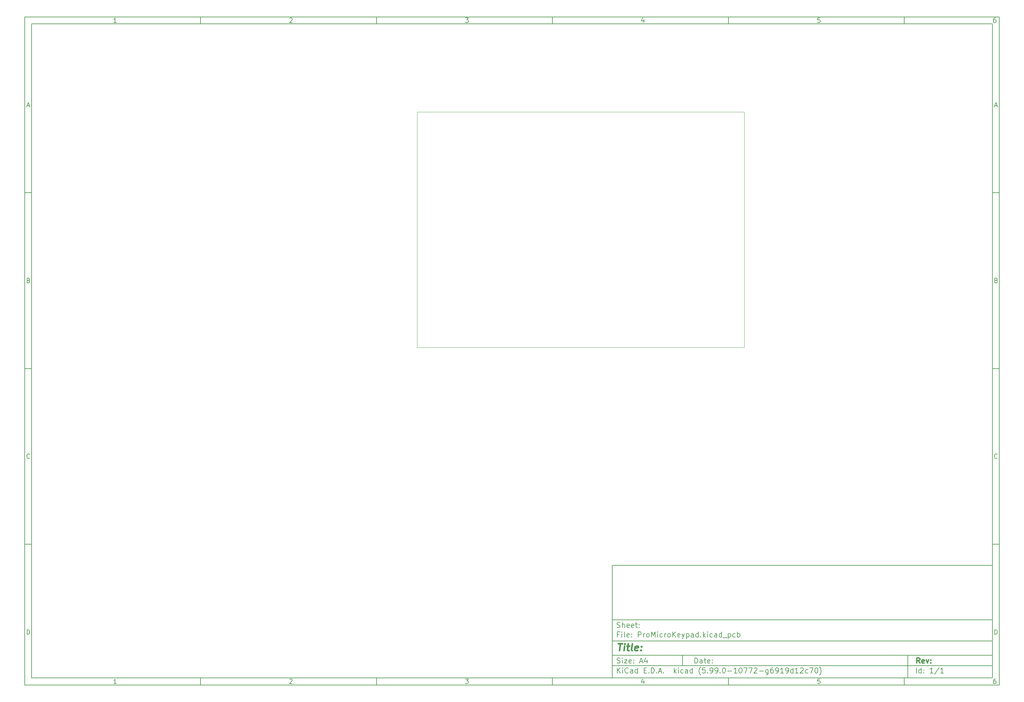
<source format=gbr>
%TF.GenerationSoftware,KiCad,Pcbnew,(5.99.0-10772-g6919d12c70)*%
%TF.CreationDate,2021-08-04T17:25:00+12:00*%
%TF.ProjectId,ProMicroKeypad,50726f4d-6963-4726-9f4b-65797061642e,rev?*%
%TF.SameCoordinates,Original*%
%TF.FileFunction,Profile,NP*%
%FSLAX46Y46*%
G04 Gerber Fmt 4.6, Leading zero omitted, Abs format (unit mm)*
G04 Created by KiCad (PCBNEW (5.99.0-10772-g6919d12c70)) date 2021-08-04 17:25:00*
%MOMM*%
%LPD*%
G01*
G04 APERTURE LIST*
%ADD10C,0.100000*%
%ADD11C,0.150000*%
%ADD12C,0.300000*%
%ADD13C,0.400000*%
%TA.AperFunction,Profile*%
%ADD14C,0.100000*%
%TD*%
G04 APERTURE END LIST*
D10*
D11*
X177002200Y-166007200D02*
X177002200Y-198007200D01*
X285002200Y-198007200D01*
X285002200Y-166007200D01*
X177002200Y-166007200D01*
D10*
D11*
X10000000Y-10000000D02*
X10000000Y-200007200D01*
X287002200Y-200007200D01*
X287002200Y-10000000D01*
X10000000Y-10000000D01*
D10*
D11*
X12000000Y-12000000D02*
X12000000Y-198007200D01*
X285002200Y-198007200D01*
X285002200Y-12000000D01*
X12000000Y-12000000D01*
D10*
D11*
X60000000Y-12000000D02*
X60000000Y-10000000D01*
D10*
D11*
X110000000Y-12000000D02*
X110000000Y-10000000D01*
D10*
D11*
X160000000Y-12000000D02*
X160000000Y-10000000D01*
D10*
D11*
X210000000Y-12000000D02*
X210000000Y-10000000D01*
D10*
D11*
X260000000Y-12000000D02*
X260000000Y-10000000D01*
D10*
D11*
X36065476Y-11588095D02*
X35322619Y-11588095D01*
X35694047Y-11588095D02*
X35694047Y-10288095D01*
X35570238Y-10473809D01*
X35446428Y-10597619D01*
X35322619Y-10659523D01*
D10*
D11*
X85322619Y-10411904D02*
X85384523Y-10350000D01*
X85508333Y-10288095D01*
X85817857Y-10288095D01*
X85941666Y-10350000D01*
X86003571Y-10411904D01*
X86065476Y-10535714D01*
X86065476Y-10659523D01*
X86003571Y-10845238D01*
X85260714Y-11588095D01*
X86065476Y-11588095D01*
D10*
D11*
X135260714Y-10288095D02*
X136065476Y-10288095D01*
X135632142Y-10783333D01*
X135817857Y-10783333D01*
X135941666Y-10845238D01*
X136003571Y-10907142D01*
X136065476Y-11030952D01*
X136065476Y-11340476D01*
X136003571Y-11464285D01*
X135941666Y-11526190D01*
X135817857Y-11588095D01*
X135446428Y-11588095D01*
X135322619Y-11526190D01*
X135260714Y-11464285D01*
D10*
D11*
X185941666Y-10721428D02*
X185941666Y-11588095D01*
X185632142Y-10226190D02*
X185322619Y-11154761D01*
X186127380Y-11154761D01*
D10*
D11*
X236003571Y-10288095D02*
X235384523Y-10288095D01*
X235322619Y-10907142D01*
X235384523Y-10845238D01*
X235508333Y-10783333D01*
X235817857Y-10783333D01*
X235941666Y-10845238D01*
X236003571Y-10907142D01*
X236065476Y-11030952D01*
X236065476Y-11340476D01*
X236003571Y-11464285D01*
X235941666Y-11526190D01*
X235817857Y-11588095D01*
X235508333Y-11588095D01*
X235384523Y-11526190D01*
X235322619Y-11464285D01*
D10*
D11*
X285941666Y-10288095D02*
X285694047Y-10288095D01*
X285570238Y-10350000D01*
X285508333Y-10411904D01*
X285384523Y-10597619D01*
X285322619Y-10845238D01*
X285322619Y-11340476D01*
X285384523Y-11464285D01*
X285446428Y-11526190D01*
X285570238Y-11588095D01*
X285817857Y-11588095D01*
X285941666Y-11526190D01*
X286003571Y-11464285D01*
X286065476Y-11340476D01*
X286065476Y-11030952D01*
X286003571Y-10907142D01*
X285941666Y-10845238D01*
X285817857Y-10783333D01*
X285570238Y-10783333D01*
X285446428Y-10845238D01*
X285384523Y-10907142D01*
X285322619Y-11030952D01*
D10*
D11*
X60000000Y-198007200D02*
X60000000Y-200007200D01*
D10*
D11*
X110000000Y-198007200D02*
X110000000Y-200007200D01*
D10*
D11*
X160000000Y-198007200D02*
X160000000Y-200007200D01*
D10*
D11*
X210000000Y-198007200D02*
X210000000Y-200007200D01*
D10*
D11*
X260000000Y-198007200D02*
X260000000Y-200007200D01*
D10*
D11*
X36065476Y-199595295D02*
X35322619Y-199595295D01*
X35694047Y-199595295D02*
X35694047Y-198295295D01*
X35570238Y-198481009D01*
X35446428Y-198604819D01*
X35322619Y-198666723D01*
D10*
D11*
X85322619Y-198419104D02*
X85384523Y-198357200D01*
X85508333Y-198295295D01*
X85817857Y-198295295D01*
X85941666Y-198357200D01*
X86003571Y-198419104D01*
X86065476Y-198542914D01*
X86065476Y-198666723D01*
X86003571Y-198852438D01*
X85260714Y-199595295D01*
X86065476Y-199595295D01*
D10*
D11*
X135260714Y-198295295D02*
X136065476Y-198295295D01*
X135632142Y-198790533D01*
X135817857Y-198790533D01*
X135941666Y-198852438D01*
X136003571Y-198914342D01*
X136065476Y-199038152D01*
X136065476Y-199347676D01*
X136003571Y-199471485D01*
X135941666Y-199533390D01*
X135817857Y-199595295D01*
X135446428Y-199595295D01*
X135322619Y-199533390D01*
X135260714Y-199471485D01*
D10*
D11*
X185941666Y-198728628D02*
X185941666Y-199595295D01*
X185632142Y-198233390D02*
X185322619Y-199161961D01*
X186127380Y-199161961D01*
D10*
D11*
X236003571Y-198295295D02*
X235384523Y-198295295D01*
X235322619Y-198914342D01*
X235384523Y-198852438D01*
X235508333Y-198790533D01*
X235817857Y-198790533D01*
X235941666Y-198852438D01*
X236003571Y-198914342D01*
X236065476Y-199038152D01*
X236065476Y-199347676D01*
X236003571Y-199471485D01*
X235941666Y-199533390D01*
X235817857Y-199595295D01*
X235508333Y-199595295D01*
X235384523Y-199533390D01*
X235322619Y-199471485D01*
D10*
D11*
X285941666Y-198295295D02*
X285694047Y-198295295D01*
X285570238Y-198357200D01*
X285508333Y-198419104D01*
X285384523Y-198604819D01*
X285322619Y-198852438D01*
X285322619Y-199347676D01*
X285384523Y-199471485D01*
X285446428Y-199533390D01*
X285570238Y-199595295D01*
X285817857Y-199595295D01*
X285941666Y-199533390D01*
X286003571Y-199471485D01*
X286065476Y-199347676D01*
X286065476Y-199038152D01*
X286003571Y-198914342D01*
X285941666Y-198852438D01*
X285817857Y-198790533D01*
X285570238Y-198790533D01*
X285446428Y-198852438D01*
X285384523Y-198914342D01*
X285322619Y-199038152D01*
D10*
D11*
X10000000Y-60000000D02*
X12000000Y-60000000D01*
D10*
D11*
X10000000Y-110000000D02*
X12000000Y-110000000D01*
D10*
D11*
X10000000Y-160000000D02*
X12000000Y-160000000D01*
D10*
D11*
X10690476Y-35216666D02*
X11309523Y-35216666D01*
X10566666Y-35588095D02*
X11000000Y-34288095D01*
X11433333Y-35588095D01*
D10*
D11*
X11092857Y-84907142D02*
X11278571Y-84969047D01*
X11340476Y-85030952D01*
X11402380Y-85154761D01*
X11402380Y-85340476D01*
X11340476Y-85464285D01*
X11278571Y-85526190D01*
X11154761Y-85588095D01*
X10659523Y-85588095D01*
X10659523Y-84288095D01*
X11092857Y-84288095D01*
X11216666Y-84350000D01*
X11278571Y-84411904D01*
X11340476Y-84535714D01*
X11340476Y-84659523D01*
X11278571Y-84783333D01*
X11216666Y-84845238D01*
X11092857Y-84907142D01*
X10659523Y-84907142D01*
D10*
D11*
X11402380Y-135464285D02*
X11340476Y-135526190D01*
X11154761Y-135588095D01*
X11030952Y-135588095D01*
X10845238Y-135526190D01*
X10721428Y-135402380D01*
X10659523Y-135278571D01*
X10597619Y-135030952D01*
X10597619Y-134845238D01*
X10659523Y-134597619D01*
X10721428Y-134473809D01*
X10845238Y-134350000D01*
X11030952Y-134288095D01*
X11154761Y-134288095D01*
X11340476Y-134350000D01*
X11402380Y-134411904D01*
D10*
D11*
X10659523Y-185588095D02*
X10659523Y-184288095D01*
X10969047Y-184288095D01*
X11154761Y-184350000D01*
X11278571Y-184473809D01*
X11340476Y-184597619D01*
X11402380Y-184845238D01*
X11402380Y-185030952D01*
X11340476Y-185278571D01*
X11278571Y-185402380D01*
X11154761Y-185526190D01*
X10969047Y-185588095D01*
X10659523Y-185588095D01*
D10*
D11*
X287002200Y-60000000D02*
X285002200Y-60000000D01*
D10*
D11*
X287002200Y-110000000D02*
X285002200Y-110000000D01*
D10*
D11*
X287002200Y-160000000D02*
X285002200Y-160000000D01*
D10*
D11*
X285692676Y-35216666D02*
X286311723Y-35216666D01*
X285568866Y-35588095D02*
X286002200Y-34288095D01*
X286435533Y-35588095D01*
D10*
D11*
X286095057Y-84907142D02*
X286280771Y-84969047D01*
X286342676Y-85030952D01*
X286404580Y-85154761D01*
X286404580Y-85340476D01*
X286342676Y-85464285D01*
X286280771Y-85526190D01*
X286156961Y-85588095D01*
X285661723Y-85588095D01*
X285661723Y-84288095D01*
X286095057Y-84288095D01*
X286218866Y-84350000D01*
X286280771Y-84411904D01*
X286342676Y-84535714D01*
X286342676Y-84659523D01*
X286280771Y-84783333D01*
X286218866Y-84845238D01*
X286095057Y-84907142D01*
X285661723Y-84907142D01*
D10*
D11*
X286404580Y-135464285D02*
X286342676Y-135526190D01*
X286156961Y-135588095D01*
X286033152Y-135588095D01*
X285847438Y-135526190D01*
X285723628Y-135402380D01*
X285661723Y-135278571D01*
X285599819Y-135030952D01*
X285599819Y-134845238D01*
X285661723Y-134597619D01*
X285723628Y-134473809D01*
X285847438Y-134350000D01*
X286033152Y-134288095D01*
X286156961Y-134288095D01*
X286342676Y-134350000D01*
X286404580Y-134411904D01*
D10*
D11*
X285661723Y-185588095D02*
X285661723Y-184288095D01*
X285971247Y-184288095D01*
X286156961Y-184350000D01*
X286280771Y-184473809D01*
X286342676Y-184597619D01*
X286404580Y-184845238D01*
X286404580Y-185030952D01*
X286342676Y-185278571D01*
X286280771Y-185402380D01*
X286156961Y-185526190D01*
X285971247Y-185588095D01*
X285661723Y-185588095D01*
D10*
D11*
X200434342Y-193785771D02*
X200434342Y-192285771D01*
X200791485Y-192285771D01*
X201005771Y-192357200D01*
X201148628Y-192500057D01*
X201220057Y-192642914D01*
X201291485Y-192928628D01*
X201291485Y-193142914D01*
X201220057Y-193428628D01*
X201148628Y-193571485D01*
X201005771Y-193714342D01*
X200791485Y-193785771D01*
X200434342Y-193785771D01*
X202577200Y-193785771D02*
X202577200Y-193000057D01*
X202505771Y-192857200D01*
X202362914Y-192785771D01*
X202077200Y-192785771D01*
X201934342Y-192857200D01*
X202577200Y-193714342D02*
X202434342Y-193785771D01*
X202077200Y-193785771D01*
X201934342Y-193714342D01*
X201862914Y-193571485D01*
X201862914Y-193428628D01*
X201934342Y-193285771D01*
X202077200Y-193214342D01*
X202434342Y-193214342D01*
X202577200Y-193142914D01*
X203077200Y-192785771D02*
X203648628Y-192785771D01*
X203291485Y-192285771D02*
X203291485Y-193571485D01*
X203362914Y-193714342D01*
X203505771Y-193785771D01*
X203648628Y-193785771D01*
X204720057Y-193714342D02*
X204577200Y-193785771D01*
X204291485Y-193785771D01*
X204148628Y-193714342D01*
X204077200Y-193571485D01*
X204077200Y-193000057D01*
X204148628Y-192857200D01*
X204291485Y-192785771D01*
X204577200Y-192785771D01*
X204720057Y-192857200D01*
X204791485Y-193000057D01*
X204791485Y-193142914D01*
X204077200Y-193285771D01*
X205434342Y-193642914D02*
X205505771Y-193714342D01*
X205434342Y-193785771D01*
X205362914Y-193714342D01*
X205434342Y-193642914D01*
X205434342Y-193785771D01*
X205434342Y-192857200D02*
X205505771Y-192928628D01*
X205434342Y-193000057D01*
X205362914Y-192928628D01*
X205434342Y-192857200D01*
X205434342Y-193000057D01*
D10*
D11*
X177002200Y-194507200D02*
X285002200Y-194507200D01*
D10*
D11*
X178434342Y-196585771D02*
X178434342Y-195085771D01*
X179291485Y-196585771D02*
X178648628Y-195728628D01*
X179291485Y-195085771D02*
X178434342Y-195942914D01*
X179934342Y-196585771D02*
X179934342Y-195585771D01*
X179934342Y-195085771D02*
X179862914Y-195157200D01*
X179934342Y-195228628D01*
X180005771Y-195157200D01*
X179934342Y-195085771D01*
X179934342Y-195228628D01*
X181505771Y-196442914D02*
X181434342Y-196514342D01*
X181220057Y-196585771D01*
X181077200Y-196585771D01*
X180862914Y-196514342D01*
X180720057Y-196371485D01*
X180648628Y-196228628D01*
X180577200Y-195942914D01*
X180577200Y-195728628D01*
X180648628Y-195442914D01*
X180720057Y-195300057D01*
X180862914Y-195157200D01*
X181077200Y-195085771D01*
X181220057Y-195085771D01*
X181434342Y-195157200D01*
X181505771Y-195228628D01*
X182791485Y-196585771D02*
X182791485Y-195800057D01*
X182720057Y-195657200D01*
X182577200Y-195585771D01*
X182291485Y-195585771D01*
X182148628Y-195657200D01*
X182791485Y-196514342D02*
X182648628Y-196585771D01*
X182291485Y-196585771D01*
X182148628Y-196514342D01*
X182077200Y-196371485D01*
X182077200Y-196228628D01*
X182148628Y-196085771D01*
X182291485Y-196014342D01*
X182648628Y-196014342D01*
X182791485Y-195942914D01*
X184148628Y-196585771D02*
X184148628Y-195085771D01*
X184148628Y-196514342D02*
X184005771Y-196585771D01*
X183720057Y-196585771D01*
X183577200Y-196514342D01*
X183505771Y-196442914D01*
X183434342Y-196300057D01*
X183434342Y-195871485D01*
X183505771Y-195728628D01*
X183577200Y-195657200D01*
X183720057Y-195585771D01*
X184005771Y-195585771D01*
X184148628Y-195657200D01*
X186005771Y-195800057D02*
X186505771Y-195800057D01*
X186720057Y-196585771D02*
X186005771Y-196585771D01*
X186005771Y-195085771D01*
X186720057Y-195085771D01*
X187362914Y-196442914D02*
X187434342Y-196514342D01*
X187362914Y-196585771D01*
X187291485Y-196514342D01*
X187362914Y-196442914D01*
X187362914Y-196585771D01*
X188077200Y-196585771D02*
X188077200Y-195085771D01*
X188434342Y-195085771D01*
X188648628Y-195157200D01*
X188791485Y-195300057D01*
X188862914Y-195442914D01*
X188934342Y-195728628D01*
X188934342Y-195942914D01*
X188862914Y-196228628D01*
X188791485Y-196371485D01*
X188648628Y-196514342D01*
X188434342Y-196585771D01*
X188077200Y-196585771D01*
X189577200Y-196442914D02*
X189648628Y-196514342D01*
X189577200Y-196585771D01*
X189505771Y-196514342D01*
X189577200Y-196442914D01*
X189577200Y-196585771D01*
X190220057Y-196157200D02*
X190934342Y-196157200D01*
X190077200Y-196585771D02*
X190577200Y-195085771D01*
X191077200Y-196585771D01*
X191577200Y-196442914D02*
X191648628Y-196514342D01*
X191577200Y-196585771D01*
X191505771Y-196514342D01*
X191577200Y-196442914D01*
X191577200Y-196585771D01*
X194577200Y-196585771D02*
X194577200Y-195085771D01*
X194720057Y-196014342D02*
X195148628Y-196585771D01*
X195148628Y-195585771D02*
X194577200Y-196157200D01*
X195791485Y-196585771D02*
X195791485Y-195585771D01*
X195791485Y-195085771D02*
X195720057Y-195157200D01*
X195791485Y-195228628D01*
X195862914Y-195157200D01*
X195791485Y-195085771D01*
X195791485Y-195228628D01*
X197148628Y-196514342D02*
X197005771Y-196585771D01*
X196720057Y-196585771D01*
X196577200Y-196514342D01*
X196505771Y-196442914D01*
X196434342Y-196300057D01*
X196434342Y-195871485D01*
X196505771Y-195728628D01*
X196577200Y-195657200D01*
X196720057Y-195585771D01*
X197005771Y-195585771D01*
X197148628Y-195657200D01*
X198434342Y-196585771D02*
X198434342Y-195800057D01*
X198362914Y-195657200D01*
X198220057Y-195585771D01*
X197934342Y-195585771D01*
X197791485Y-195657200D01*
X198434342Y-196514342D02*
X198291485Y-196585771D01*
X197934342Y-196585771D01*
X197791485Y-196514342D01*
X197720057Y-196371485D01*
X197720057Y-196228628D01*
X197791485Y-196085771D01*
X197934342Y-196014342D01*
X198291485Y-196014342D01*
X198434342Y-195942914D01*
X199791485Y-196585771D02*
X199791485Y-195085771D01*
X199791485Y-196514342D02*
X199648628Y-196585771D01*
X199362914Y-196585771D01*
X199220057Y-196514342D01*
X199148628Y-196442914D01*
X199077200Y-196300057D01*
X199077200Y-195871485D01*
X199148628Y-195728628D01*
X199220057Y-195657200D01*
X199362914Y-195585771D01*
X199648628Y-195585771D01*
X199791485Y-195657200D01*
X202077200Y-197157200D02*
X202005771Y-197085771D01*
X201862914Y-196871485D01*
X201791485Y-196728628D01*
X201720057Y-196514342D01*
X201648628Y-196157200D01*
X201648628Y-195871485D01*
X201720057Y-195514342D01*
X201791485Y-195300057D01*
X201862914Y-195157200D01*
X202005771Y-194942914D01*
X202077200Y-194871485D01*
X203362914Y-195085771D02*
X202648628Y-195085771D01*
X202577200Y-195800057D01*
X202648628Y-195728628D01*
X202791485Y-195657200D01*
X203148628Y-195657200D01*
X203291485Y-195728628D01*
X203362914Y-195800057D01*
X203434342Y-195942914D01*
X203434342Y-196300057D01*
X203362914Y-196442914D01*
X203291485Y-196514342D01*
X203148628Y-196585771D01*
X202791485Y-196585771D01*
X202648628Y-196514342D01*
X202577200Y-196442914D01*
X204077200Y-196442914D02*
X204148628Y-196514342D01*
X204077200Y-196585771D01*
X204005771Y-196514342D01*
X204077200Y-196442914D01*
X204077200Y-196585771D01*
X204862914Y-196585771D02*
X205148628Y-196585771D01*
X205291485Y-196514342D01*
X205362914Y-196442914D01*
X205505771Y-196228628D01*
X205577200Y-195942914D01*
X205577200Y-195371485D01*
X205505771Y-195228628D01*
X205434342Y-195157200D01*
X205291485Y-195085771D01*
X205005771Y-195085771D01*
X204862914Y-195157200D01*
X204791485Y-195228628D01*
X204720057Y-195371485D01*
X204720057Y-195728628D01*
X204791485Y-195871485D01*
X204862914Y-195942914D01*
X205005771Y-196014342D01*
X205291485Y-196014342D01*
X205434342Y-195942914D01*
X205505771Y-195871485D01*
X205577200Y-195728628D01*
X206291485Y-196585771D02*
X206577200Y-196585771D01*
X206720057Y-196514342D01*
X206791485Y-196442914D01*
X206934342Y-196228628D01*
X207005771Y-195942914D01*
X207005771Y-195371485D01*
X206934342Y-195228628D01*
X206862914Y-195157200D01*
X206720057Y-195085771D01*
X206434342Y-195085771D01*
X206291485Y-195157200D01*
X206220057Y-195228628D01*
X206148628Y-195371485D01*
X206148628Y-195728628D01*
X206220057Y-195871485D01*
X206291485Y-195942914D01*
X206434342Y-196014342D01*
X206720057Y-196014342D01*
X206862914Y-195942914D01*
X206934342Y-195871485D01*
X207005771Y-195728628D01*
X207648628Y-196442914D02*
X207720057Y-196514342D01*
X207648628Y-196585771D01*
X207577200Y-196514342D01*
X207648628Y-196442914D01*
X207648628Y-196585771D01*
X208648628Y-195085771D02*
X208791485Y-195085771D01*
X208934342Y-195157200D01*
X209005771Y-195228628D01*
X209077200Y-195371485D01*
X209148628Y-195657200D01*
X209148628Y-196014342D01*
X209077200Y-196300057D01*
X209005771Y-196442914D01*
X208934342Y-196514342D01*
X208791485Y-196585771D01*
X208648628Y-196585771D01*
X208505771Y-196514342D01*
X208434342Y-196442914D01*
X208362914Y-196300057D01*
X208291485Y-196014342D01*
X208291485Y-195657200D01*
X208362914Y-195371485D01*
X208434342Y-195228628D01*
X208505771Y-195157200D01*
X208648628Y-195085771D01*
X209791485Y-196014342D02*
X210934342Y-196014342D01*
X212434342Y-196585771D02*
X211577200Y-196585771D01*
X212005771Y-196585771D02*
X212005771Y-195085771D01*
X211862914Y-195300057D01*
X211720057Y-195442914D01*
X211577200Y-195514342D01*
X213362914Y-195085771D02*
X213505771Y-195085771D01*
X213648628Y-195157200D01*
X213720057Y-195228628D01*
X213791485Y-195371485D01*
X213862914Y-195657200D01*
X213862914Y-196014342D01*
X213791485Y-196300057D01*
X213720057Y-196442914D01*
X213648628Y-196514342D01*
X213505771Y-196585771D01*
X213362914Y-196585771D01*
X213220057Y-196514342D01*
X213148628Y-196442914D01*
X213077200Y-196300057D01*
X213005771Y-196014342D01*
X213005771Y-195657200D01*
X213077200Y-195371485D01*
X213148628Y-195228628D01*
X213220057Y-195157200D01*
X213362914Y-195085771D01*
X214362914Y-195085771D02*
X215362914Y-195085771D01*
X214720057Y-196585771D01*
X215791485Y-195085771D02*
X216791485Y-195085771D01*
X216148628Y-196585771D01*
X217291485Y-195228628D02*
X217362914Y-195157200D01*
X217505771Y-195085771D01*
X217862914Y-195085771D01*
X218005771Y-195157200D01*
X218077200Y-195228628D01*
X218148628Y-195371485D01*
X218148628Y-195514342D01*
X218077200Y-195728628D01*
X217220057Y-196585771D01*
X218148628Y-196585771D01*
X218791485Y-196014342D02*
X219934342Y-196014342D01*
X221291485Y-195585771D02*
X221291485Y-196800057D01*
X221220057Y-196942914D01*
X221148628Y-197014342D01*
X221005771Y-197085771D01*
X220791485Y-197085771D01*
X220648628Y-197014342D01*
X221291485Y-196514342D02*
X221148628Y-196585771D01*
X220862914Y-196585771D01*
X220720057Y-196514342D01*
X220648628Y-196442914D01*
X220577200Y-196300057D01*
X220577200Y-195871485D01*
X220648628Y-195728628D01*
X220720057Y-195657200D01*
X220862914Y-195585771D01*
X221148628Y-195585771D01*
X221291485Y-195657200D01*
X222648628Y-195085771D02*
X222362914Y-195085771D01*
X222220057Y-195157200D01*
X222148628Y-195228628D01*
X222005771Y-195442914D01*
X221934342Y-195728628D01*
X221934342Y-196300057D01*
X222005771Y-196442914D01*
X222077200Y-196514342D01*
X222220057Y-196585771D01*
X222505771Y-196585771D01*
X222648628Y-196514342D01*
X222720057Y-196442914D01*
X222791485Y-196300057D01*
X222791485Y-195942914D01*
X222720057Y-195800057D01*
X222648628Y-195728628D01*
X222505771Y-195657200D01*
X222220057Y-195657200D01*
X222077200Y-195728628D01*
X222005771Y-195800057D01*
X221934342Y-195942914D01*
X223505771Y-196585771D02*
X223791485Y-196585771D01*
X223934342Y-196514342D01*
X224005771Y-196442914D01*
X224148628Y-196228628D01*
X224220057Y-195942914D01*
X224220057Y-195371485D01*
X224148628Y-195228628D01*
X224077200Y-195157200D01*
X223934342Y-195085771D01*
X223648628Y-195085771D01*
X223505771Y-195157200D01*
X223434342Y-195228628D01*
X223362914Y-195371485D01*
X223362914Y-195728628D01*
X223434342Y-195871485D01*
X223505771Y-195942914D01*
X223648628Y-196014342D01*
X223934342Y-196014342D01*
X224077200Y-195942914D01*
X224148628Y-195871485D01*
X224220057Y-195728628D01*
X225648628Y-196585771D02*
X224791485Y-196585771D01*
X225220057Y-196585771D02*
X225220057Y-195085771D01*
X225077200Y-195300057D01*
X224934342Y-195442914D01*
X224791485Y-195514342D01*
X226362914Y-196585771D02*
X226648628Y-196585771D01*
X226791485Y-196514342D01*
X226862914Y-196442914D01*
X227005771Y-196228628D01*
X227077199Y-195942914D01*
X227077199Y-195371485D01*
X227005771Y-195228628D01*
X226934342Y-195157200D01*
X226791485Y-195085771D01*
X226505771Y-195085771D01*
X226362914Y-195157200D01*
X226291485Y-195228628D01*
X226220057Y-195371485D01*
X226220057Y-195728628D01*
X226291485Y-195871485D01*
X226362914Y-195942914D01*
X226505771Y-196014342D01*
X226791485Y-196014342D01*
X226934342Y-195942914D01*
X227005771Y-195871485D01*
X227077199Y-195728628D01*
X228362914Y-196585771D02*
X228362914Y-195085771D01*
X228362914Y-196514342D02*
X228220057Y-196585771D01*
X227934342Y-196585771D01*
X227791485Y-196514342D01*
X227720057Y-196442914D01*
X227648628Y-196300057D01*
X227648628Y-195871485D01*
X227720057Y-195728628D01*
X227791485Y-195657200D01*
X227934342Y-195585771D01*
X228220057Y-195585771D01*
X228362914Y-195657200D01*
X229862914Y-196585771D02*
X229005771Y-196585771D01*
X229434342Y-196585771D02*
X229434342Y-195085771D01*
X229291485Y-195300057D01*
X229148628Y-195442914D01*
X229005771Y-195514342D01*
X230434342Y-195228628D02*
X230505771Y-195157200D01*
X230648628Y-195085771D01*
X231005771Y-195085771D01*
X231148628Y-195157200D01*
X231220057Y-195228628D01*
X231291485Y-195371485D01*
X231291485Y-195514342D01*
X231220057Y-195728628D01*
X230362914Y-196585771D01*
X231291485Y-196585771D01*
X232577199Y-196514342D02*
X232434342Y-196585771D01*
X232148628Y-196585771D01*
X232005771Y-196514342D01*
X231934342Y-196442914D01*
X231862914Y-196300057D01*
X231862914Y-195871485D01*
X231934342Y-195728628D01*
X232005771Y-195657200D01*
X232148628Y-195585771D01*
X232434342Y-195585771D01*
X232577199Y-195657200D01*
X233077199Y-195085771D02*
X234077199Y-195085771D01*
X233434342Y-196585771D01*
X234934342Y-195085771D02*
X235077199Y-195085771D01*
X235220057Y-195157200D01*
X235291485Y-195228628D01*
X235362914Y-195371485D01*
X235434342Y-195657200D01*
X235434342Y-196014342D01*
X235362914Y-196300057D01*
X235291485Y-196442914D01*
X235220057Y-196514342D01*
X235077199Y-196585771D01*
X234934342Y-196585771D01*
X234791485Y-196514342D01*
X234720057Y-196442914D01*
X234648628Y-196300057D01*
X234577199Y-196014342D01*
X234577199Y-195657200D01*
X234648628Y-195371485D01*
X234720057Y-195228628D01*
X234791485Y-195157200D01*
X234934342Y-195085771D01*
X235934342Y-197157200D02*
X236005771Y-197085771D01*
X236148628Y-196871485D01*
X236220057Y-196728628D01*
X236291485Y-196514342D01*
X236362914Y-196157200D01*
X236362914Y-195871485D01*
X236291485Y-195514342D01*
X236220057Y-195300057D01*
X236148628Y-195157200D01*
X236005771Y-194942914D01*
X235934342Y-194871485D01*
D10*
D11*
X177002200Y-191507200D02*
X285002200Y-191507200D01*
D10*
D12*
X264411485Y-193785771D02*
X263911485Y-193071485D01*
X263554342Y-193785771D02*
X263554342Y-192285771D01*
X264125771Y-192285771D01*
X264268628Y-192357200D01*
X264340057Y-192428628D01*
X264411485Y-192571485D01*
X264411485Y-192785771D01*
X264340057Y-192928628D01*
X264268628Y-193000057D01*
X264125771Y-193071485D01*
X263554342Y-193071485D01*
X265625771Y-193714342D02*
X265482914Y-193785771D01*
X265197200Y-193785771D01*
X265054342Y-193714342D01*
X264982914Y-193571485D01*
X264982914Y-193000057D01*
X265054342Y-192857200D01*
X265197200Y-192785771D01*
X265482914Y-192785771D01*
X265625771Y-192857200D01*
X265697200Y-193000057D01*
X265697200Y-193142914D01*
X264982914Y-193285771D01*
X266197200Y-192785771D02*
X266554342Y-193785771D01*
X266911485Y-192785771D01*
X267482914Y-193642914D02*
X267554342Y-193714342D01*
X267482914Y-193785771D01*
X267411485Y-193714342D01*
X267482914Y-193642914D01*
X267482914Y-193785771D01*
X267482914Y-192857200D02*
X267554342Y-192928628D01*
X267482914Y-193000057D01*
X267411485Y-192928628D01*
X267482914Y-192857200D01*
X267482914Y-193000057D01*
D10*
D11*
X178362914Y-193714342D02*
X178577200Y-193785771D01*
X178934342Y-193785771D01*
X179077200Y-193714342D01*
X179148628Y-193642914D01*
X179220057Y-193500057D01*
X179220057Y-193357200D01*
X179148628Y-193214342D01*
X179077200Y-193142914D01*
X178934342Y-193071485D01*
X178648628Y-193000057D01*
X178505771Y-192928628D01*
X178434342Y-192857200D01*
X178362914Y-192714342D01*
X178362914Y-192571485D01*
X178434342Y-192428628D01*
X178505771Y-192357200D01*
X178648628Y-192285771D01*
X179005771Y-192285771D01*
X179220057Y-192357200D01*
X179862914Y-193785771D02*
X179862914Y-192785771D01*
X179862914Y-192285771D02*
X179791485Y-192357200D01*
X179862914Y-192428628D01*
X179934342Y-192357200D01*
X179862914Y-192285771D01*
X179862914Y-192428628D01*
X180434342Y-192785771D02*
X181220057Y-192785771D01*
X180434342Y-193785771D01*
X181220057Y-193785771D01*
X182362914Y-193714342D02*
X182220057Y-193785771D01*
X181934342Y-193785771D01*
X181791485Y-193714342D01*
X181720057Y-193571485D01*
X181720057Y-193000057D01*
X181791485Y-192857200D01*
X181934342Y-192785771D01*
X182220057Y-192785771D01*
X182362914Y-192857200D01*
X182434342Y-193000057D01*
X182434342Y-193142914D01*
X181720057Y-193285771D01*
X183077200Y-193642914D02*
X183148628Y-193714342D01*
X183077200Y-193785771D01*
X183005771Y-193714342D01*
X183077200Y-193642914D01*
X183077200Y-193785771D01*
X183077200Y-192857200D02*
X183148628Y-192928628D01*
X183077200Y-193000057D01*
X183005771Y-192928628D01*
X183077200Y-192857200D01*
X183077200Y-193000057D01*
X184862914Y-193357200D02*
X185577200Y-193357200D01*
X184720057Y-193785771D02*
X185220057Y-192285771D01*
X185720057Y-193785771D01*
X186862914Y-192785771D02*
X186862914Y-193785771D01*
X186505771Y-192214342D02*
X186148628Y-193285771D01*
X187077200Y-193285771D01*
D10*
D11*
X263434342Y-196585771D02*
X263434342Y-195085771D01*
X264791485Y-196585771D02*
X264791485Y-195085771D01*
X264791485Y-196514342D02*
X264648628Y-196585771D01*
X264362914Y-196585771D01*
X264220057Y-196514342D01*
X264148628Y-196442914D01*
X264077200Y-196300057D01*
X264077200Y-195871485D01*
X264148628Y-195728628D01*
X264220057Y-195657200D01*
X264362914Y-195585771D01*
X264648628Y-195585771D01*
X264791485Y-195657200D01*
X265505771Y-196442914D02*
X265577200Y-196514342D01*
X265505771Y-196585771D01*
X265434342Y-196514342D01*
X265505771Y-196442914D01*
X265505771Y-196585771D01*
X265505771Y-195657200D02*
X265577200Y-195728628D01*
X265505771Y-195800057D01*
X265434342Y-195728628D01*
X265505771Y-195657200D01*
X265505771Y-195800057D01*
X268148628Y-196585771D02*
X267291485Y-196585771D01*
X267720057Y-196585771D02*
X267720057Y-195085771D01*
X267577200Y-195300057D01*
X267434342Y-195442914D01*
X267291485Y-195514342D01*
X269862914Y-195014342D02*
X268577200Y-196942914D01*
X271148628Y-196585771D02*
X270291485Y-196585771D01*
X270720057Y-196585771D02*
X270720057Y-195085771D01*
X270577200Y-195300057D01*
X270434342Y-195442914D01*
X270291485Y-195514342D01*
D10*
D11*
X177002200Y-187507200D02*
X285002200Y-187507200D01*
D10*
D13*
X178714580Y-188211961D02*
X179857438Y-188211961D01*
X179036009Y-190211961D02*
X179286009Y-188211961D01*
X180274104Y-190211961D02*
X180440771Y-188878628D01*
X180524104Y-188211961D02*
X180416961Y-188307200D01*
X180500295Y-188402438D01*
X180607438Y-188307200D01*
X180524104Y-188211961D01*
X180500295Y-188402438D01*
X181107438Y-188878628D02*
X181869342Y-188878628D01*
X181476485Y-188211961D02*
X181262200Y-189926247D01*
X181333628Y-190116723D01*
X181512200Y-190211961D01*
X181702676Y-190211961D01*
X182655057Y-190211961D02*
X182476485Y-190116723D01*
X182405057Y-189926247D01*
X182619342Y-188211961D01*
X184190771Y-190116723D02*
X183988390Y-190211961D01*
X183607438Y-190211961D01*
X183428866Y-190116723D01*
X183357438Y-189926247D01*
X183452676Y-189164342D01*
X183571723Y-188973866D01*
X183774104Y-188878628D01*
X184155057Y-188878628D01*
X184333628Y-188973866D01*
X184405057Y-189164342D01*
X184381247Y-189354819D01*
X183405057Y-189545295D01*
X185155057Y-190021485D02*
X185238390Y-190116723D01*
X185131247Y-190211961D01*
X185047914Y-190116723D01*
X185155057Y-190021485D01*
X185131247Y-190211961D01*
X185286009Y-188973866D02*
X185369342Y-189069104D01*
X185262200Y-189164342D01*
X185178866Y-189069104D01*
X185286009Y-188973866D01*
X185262200Y-189164342D01*
D10*
D11*
X178934342Y-185600057D02*
X178434342Y-185600057D01*
X178434342Y-186385771D02*
X178434342Y-184885771D01*
X179148628Y-184885771D01*
X179720057Y-186385771D02*
X179720057Y-185385771D01*
X179720057Y-184885771D02*
X179648628Y-184957200D01*
X179720057Y-185028628D01*
X179791485Y-184957200D01*
X179720057Y-184885771D01*
X179720057Y-185028628D01*
X180648628Y-186385771D02*
X180505771Y-186314342D01*
X180434342Y-186171485D01*
X180434342Y-184885771D01*
X181791485Y-186314342D02*
X181648628Y-186385771D01*
X181362914Y-186385771D01*
X181220057Y-186314342D01*
X181148628Y-186171485D01*
X181148628Y-185600057D01*
X181220057Y-185457200D01*
X181362914Y-185385771D01*
X181648628Y-185385771D01*
X181791485Y-185457200D01*
X181862914Y-185600057D01*
X181862914Y-185742914D01*
X181148628Y-185885771D01*
X182505771Y-186242914D02*
X182577200Y-186314342D01*
X182505771Y-186385771D01*
X182434342Y-186314342D01*
X182505771Y-186242914D01*
X182505771Y-186385771D01*
X182505771Y-185457200D02*
X182577200Y-185528628D01*
X182505771Y-185600057D01*
X182434342Y-185528628D01*
X182505771Y-185457200D01*
X182505771Y-185600057D01*
X184362914Y-186385771D02*
X184362914Y-184885771D01*
X184934342Y-184885771D01*
X185077200Y-184957200D01*
X185148628Y-185028628D01*
X185220057Y-185171485D01*
X185220057Y-185385771D01*
X185148628Y-185528628D01*
X185077200Y-185600057D01*
X184934342Y-185671485D01*
X184362914Y-185671485D01*
X185862914Y-186385771D02*
X185862914Y-185385771D01*
X185862914Y-185671485D02*
X185934342Y-185528628D01*
X186005771Y-185457200D01*
X186148628Y-185385771D01*
X186291485Y-185385771D01*
X187005771Y-186385771D02*
X186862914Y-186314342D01*
X186791485Y-186242914D01*
X186720057Y-186100057D01*
X186720057Y-185671485D01*
X186791485Y-185528628D01*
X186862914Y-185457200D01*
X187005771Y-185385771D01*
X187220057Y-185385771D01*
X187362914Y-185457200D01*
X187434342Y-185528628D01*
X187505771Y-185671485D01*
X187505771Y-186100057D01*
X187434342Y-186242914D01*
X187362914Y-186314342D01*
X187220057Y-186385771D01*
X187005771Y-186385771D01*
X188148628Y-186385771D02*
X188148628Y-184885771D01*
X188648628Y-185957200D01*
X189148628Y-184885771D01*
X189148628Y-186385771D01*
X189862914Y-186385771D02*
X189862914Y-185385771D01*
X189862914Y-184885771D02*
X189791485Y-184957200D01*
X189862914Y-185028628D01*
X189934342Y-184957200D01*
X189862914Y-184885771D01*
X189862914Y-185028628D01*
X191220057Y-186314342D02*
X191077200Y-186385771D01*
X190791485Y-186385771D01*
X190648628Y-186314342D01*
X190577200Y-186242914D01*
X190505771Y-186100057D01*
X190505771Y-185671485D01*
X190577200Y-185528628D01*
X190648628Y-185457200D01*
X190791485Y-185385771D01*
X191077200Y-185385771D01*
X191220057Y-185457200D01*
X191862914Y-186385771D02*
X191862914Y-185385771D01*
X191862914Y-185671485D02*
X191934342Y-185528628D01*
X192005771Y-185457200D01*
X192148628Y-185385771D01*
X192291485Y-185385771D01*
X193005771Y-186385771D02*
X192862914Y-186314342D01*
X192791485Y-186242914D01*
X192720057Y-186100057D01*
X192720057Y-185671485D01*
X192791485Y-185528628D01*
X192862914Y-185457200D01*
X193005771Y-185385771D01*
X193220057Y-185385771D01*
X193362914Y-185457200D01*
X193434342Y-185528628D01*
X193505771Y-185671485D01*
X193505771Y-186100057D01*
X193434342Y-186242914D01*
X193362914Y-186314342D01*
X193220057Y-186385771D01*
X193005771Y-186385771D01*
X194148628Y-186385771D02*
X194148628Y-184885771D01*
X195005771Y-186385771D02*
X194362914Y-185528628D01*
X195005771Y-184885771D02*
X194148628Y-185742914D01*
X196220057Y-186314342D02*
X196077200Y-186385771D01*
X195791485Y-186385771D01*
X195648628Y-186314342D01*
X195577200Y-186171485D01*
X195577200Y-185600057D01*
X195648628Y-185457200D01*
X195791485Y-185385771D01*
X196077200Y-185385771D01*
X196220057Y-185457200D01*
X196291485Y-185600057D01*
X196291485Y-185742914D01*
X195577200Y-185885771D01*
X196791485Y-185385771D02*
X197148628Y-186385771D01*
X197505771Y-185385771D02*
X197148628Y-186385771D01*
X197005771Y-186742914D01*
X196934342Y-186814342D01*
X196791485Y-186885771D01*
X198077200Y-185385771D02*
X198077200Y-186885771D01*
X198077200Y-185457200D02*
X198220057Y-185385771D01*
X198505771Y-185385771D01*
X198648628Y-185457200D01*
X198720057Y-185528628D01*
X198791485Y-185671485D01*
X198791485Y-186100057D01*
X198720057Y-186242914D01*
X198648628Y-186314342D01*
X198505771Y-186385771D01*
X198220057Y-186385771D01*
X198077200Y-186314342D01*
X200077200Y-186385771D02*
X200077200Y-185600057D01*
X200005771Y-185457200D01*
X199862914Y-185385771D01*
X199577200Y-185385771D01*
X199434342Y-185457200D01*
X200077200Y-186314342D02*
X199934342Y-186385771D01*
X199577200Y-186385771D01*
X199434342Y-186314342D01*
X199362914Y-186171485D01*
X199362914Y-186028628D01*
X199434342Y-185885771D01*
X199577200Y-185814342D01*
X199934342Y-185814342D01*
X200077200Y-185742914D01*
X201434342Y-186385771D02*
X201434342Y-184885771D01*
X201434342Y-186314342D02*
X201291485Y-186385771D01*
X201005771Y-186385771D01*
X200862914Y-186314342D01*
X200791485Y-186242914D01*
X200720057Y-186100057D01*
X200720057Y-185671485D01*
X200791485Y-185528628D01*
X200862914Y-185457200D01*
X201005771Y-185385771D01*
X201291485Y-185385771D01*
X201434342Y-185457200D01*
X202148628Y-186242914D02*
X202220057Y-186314342D01*
X202148628Y-186385771D01*
X202077200Y-186314342D01*
X202148628Y-186242914D01*
X202148628Y-186385771D01*
X202862914Y-186385771D02*
X202862914Y-184885771D01*
X203005771Y-185814342D02*
X203434342Y-186385771D01*
X203434342Y-185385771D02*
X202862914Y-185957200D01*
X204077200Y-186385771D02*
X204077200Y-185385771D01*
X204077200Y-184885771D02*
X204005771Y-184957200D01*
X204077200Y-185028628D01*
X204148628Y-184957200D01*
X204077200Y-184885771D01*
X204077200Y-185028628D01*
X205434342Y-186314342D02*
X205291485Y-186385771D01*
X205005771Y-186385771D01*
X204862914Y-186314342D01*
X204791485Y-186242914D01*
X204720057Y-186100057D01*
X204720057Y-185671485D01*
X204791485Y-185528628D01*
X204862914Y-185457200D01*
X205005771Y-185385771D01*
X205291485Y-185385771D01*
X205434342Y-185457200D01*
X206720057Y-186385771D02*
X206720057Y-185600057D01*
X206648628Y-185457200D01*
X206505771Y-185385771D01*
X206220057Y-185385771D01*
X206077200Y-185457200D01*
X206720057Y-186314342D02*
X206577200Y-186385771D01*
X206220057Y-186385771D01*
X206077200Y-186314342D01*
X206005771Y-186171485D01*
X206005771Y-186028628D01*
X206077200Y-185885771D01*
X206220057Y-185814342D01*
X206577200Y-185814342D01*
X206720057Y-185742914D01*
X208077200Y-186385771D02*
X208077200Y-184885771D01*
X208077200Y-186314342D02*
X207934342Y-186385771D01*
X207648628Y-186385771D01*
X207505771Y-186314342D01*
X207434342Y-186242914D01*
X207362914Y-186100057D01*
X207362914Y-185671485D01*
X207434342Y-185528628D01*
X207505771Y-185457200D01*
X207648628Y-185385771D01*
X207934342Y-185385771D01*
X208077200Y-185457200D01*
X208434342Y-186528628D02*
X209577200Y-186528628D01*
X209934342Y-185385771D02*
X209934342Y-186885771D01*
X209934342Y-185457200D02*
X210077200Y-185385771D01*
X210362914Y-185385771D01*
X210505771Y-185457200D01*
X210577200Y-185528628D01*
X210648628Y-185671485D01*
X210648628Y-186100057D01*
X210577200Y-186242914D01*
X210505771Y-186314342D01*
X210362914Y-186385771D01*
X210077200Y-186385771D01*
X209934342Y-186314342D01*
X211934342Y-186314342D02*
X211791485Y-186385771D01*
X211505771Y-186385771D01*
X211362914Y-186314342D01*
X211291485Y-186242914D01*
X211220057Y-186100057D01*
X211220057Y-185671485D01*
X211291485Y-185528628D01*
X211362914Y-185457200D01*
X211505771Y-185385771D01*
X211791485Y-185385771D01*
X211934342Y-185457200D01*
X212577200Y-186385771D02*
X212577200Y-184885771D01*
X212577200Y-185457200D02*
X212720057Y-185385771D01*
X213005771Y-185385771D01*
X213148628Y-185457200D01*
X213220057Y-185528628D01*
X213291485Y-185671485D01*
X213291485Y-186100057D01*
X213220057Y-186242914D01*
X213148628Y-186314342D01*
X213005771Y-186385771D01*
X212720057Y-186385771D01*
X212577200Y-186314342D01*
D10*
D11*
X177002200Y-181507200D02*
X285002200Y-181507200D01*
D10*
D11*
X178362914Y-183614342D02*
X178577200Y-183685771D01*
X178934342Y-183685771D01*
X179077200Y-183614342D01*
X179148628Y-183542914D01*
X179220057Y-183400057D01*
X179220057Y-183257200D01*
X179148628Y-183114342D01*
X179077200Y-183042914D01*
X178934342Y-182971485D01*
X178648628Y-182900057D01*
X178505771Y-182828628D01*
X178434342Y-182757200D01*
X178362914Y-182614342D01*
X178362914Y-182471485D01*
X178434342Y-182328628D01*
X178505771Y-182257200D01*
X178648628Y-182185771D01*
X179005771Y-182185771D01*
X179220057Y-182257200D01*
X179862914Y-183685771D02*
X179862914Y-182185771D01*
X180505771Y-183685771D02*
X180505771Y-182900057D01*
X180434342Y-182757200D01*
X180291485Y-182685771D01*
X180077200Y-182685771D01*
X179934342Y-182757200D01*
X179862914Y-182828628D01*
X181791485Y-183614342D02*
X181648628Y-183685771D01*
X181362914Y-183685771D01*
X181220057Y-183614342D01*
X181148628Y-183471485D01*
X181148628Y-182900057D01*
X181220057Y-182757200D01*
X181362914Y-182685771D01*
X181648628Y-182685771D01*
X181791485Y-182757200D01*
X181862914Y-182900057D01*
X181862914Y-183042914D01*
X181148628Y-183185771D01*
X183077200Y-183614342D02*
X182934342Y-183685771D01*
X182648628Y-183685771D01*
X182505771Y-183614342D01*
X182434342Y-183471485D01*
X182434342Y-182900057D01*
X182505771Y-182757200D01*
X182648628Y-182685771D01*
X182934342Y-182685771D01*
X183077200Y-182757200D01*
X183148628Y-182900057D01*
X183148628Y-183042914D01*
X182434342Y-183185771D01*
X183577200Y-182685771D02*
X184148628Y-182685771D01*
X183791485Y-182185771D02*
X183791485Y-183471485D01*
X183862914Y-183614342D01*
X184005771Y-183685771D01*
X184148628Y-183685771D01*
X184648628Y-183542914D02*
X184720057Y-183614342D01*
X184648628Y-183685771D01*
X184577200Y-183614342D01*
X184648628Y-183542914D01*
X184648628Y-183685771D01*
X184648628Y-182757200D02*
X184720057Y-182828628D01*
X184648628Y-182900057D01*
X184577200Y-182828628D01*
X184648628Y-182757200D01*
X184648628Y-182900057D01*
D10*
D12*
D10*
D11*
D10*
D11*
D10*
D11*
D10*
D11*
D10*
D11*
X197002200Y-191507200D02*
X197002200Y-194507200D01*
D10*
D11*
X261002200Y-191507200D02*
X261002200Y-198007200D01*
D14*
X121500000Y-37000000D02*
X214500000Y-37000000D01*
X214500000Y-37000000D02*
X214500000Y-104000000D01*
X214500000Y-104000000D02*
X121500000Y-104000000D01*
X121500000Y-104000000D02*
X121500000Y-37000000D01*
M02*

</source>
